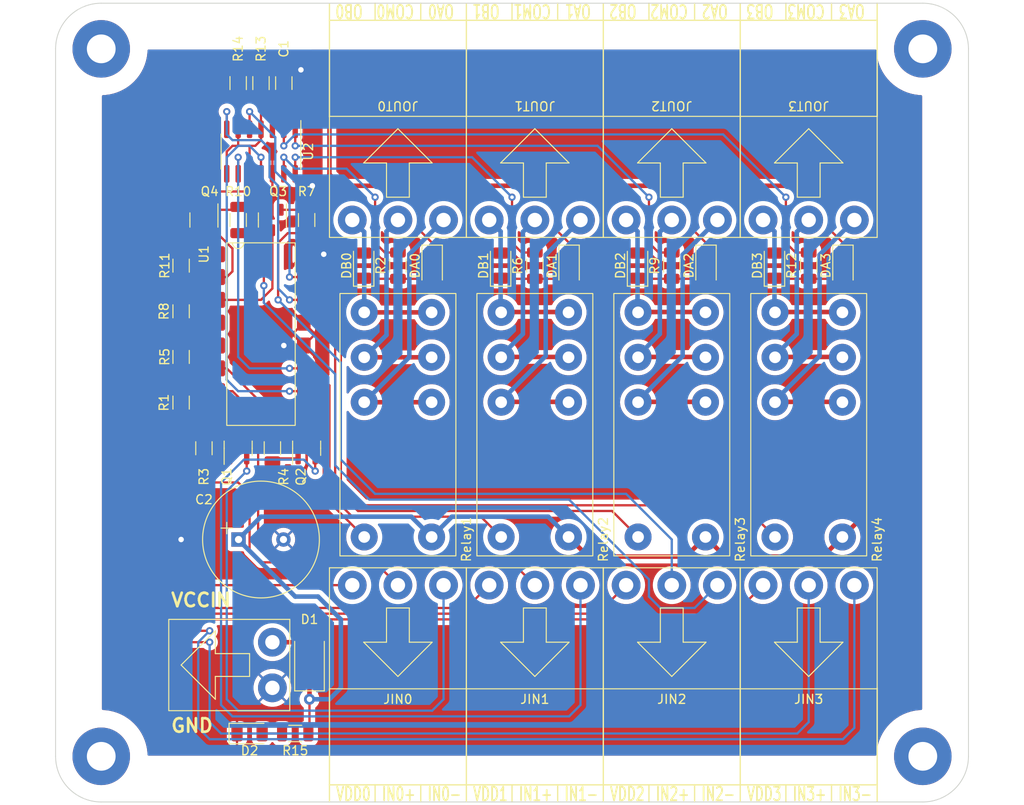
<source format=kicad_pcb>
(kicad_pcb (version 20221018) (generator pcbnew)
  (layers (0 "F.Cu" signal) (31 "B.Cu" signal) (34 "B.Paste" user) (35 "F.Paste" user) (36 "B.SilkS" user "B.Silkscreen") (37 "F.SilkS" user "F.Silkscreen") (38 "B.Mask" user) (39 "F.Mask" user) (44 "Edge.Cuts" user))
  (net 0 "")
  (net 1 "VCC_PWR")
  (net 2 "GNDPWR")
  (net 3 "Net-(DA0-A)")
  (net 4 "Net-(DA1-A)")
  (net 5 "Net-(DA2-A)")
  (net 6 "Net-(DA3-A)")
  (net 7 "VDD0")
  (net 8 "IN0+")
  (net 9 "IN0-")
  (net 10 "VDD1")
  (net 11 "IN1+")
  (net 12 "IN1-")
  (net 13 "VDD2")
  (net 14 "IN2+")
  (net 15 "IN2-")
  (net 16 "VDD3")
  (net 17 "IN3+")
  (net 18 "IN3-")
  (net 19 "OUT_A0")
  (net 20 "OUT_COM0")
  (net 21 "OUT_B0")
  (net 22 "OUT_A1")
  (net 23 "OUT_COM1")
  (net 24 "OUT_B1")
  (net 25 "OUT_A2")
  (net 26 "OUT_COM2")
  (net 27 "OUT_B2")
  (net 28 "OUT_A3")
  (net 29 "OUT_COM3")
  (net 30 "OUT_B3")
  (net 31 "Net-(Q1-B)")
  (net 32 "Net-(Q1-C)")
  (net 33 "Net-(Q2-B)")
  (net 34 "Net-(Q2-C)")
  (net 35 "Net-(Q3-B)")
  (net 36 "Net-(Q3-C)")
  (net 37 "Net-(Q4-B)")
  (net 38 "Net-(Q4-C)")
  (net 39 "Net-(R1-Pad2)")
  (net 40 "Net-(R2-Pad1)")
  (net 41 "Net-(R5-Pad2)")
  (net 42 "Net-(R6-Pad1)")
  (net 43 "Net-(R8-Pad2)")
  (net 44 "Net-(R9-Pad1)")
  (net 45 "Net-(R11-Pad2)")
  (net 46 "Net-(R12-Pad1)")
  (net 47 "Vref")
  (net 48 "Net-(U2A-+)")
  (net 49 "Net-(U2B-+)")
  (net 50 "Net-(U2C-+)")
  (net 51 "Net-(U2D-+)")
  (net 52 "Net-(D1-A)")
  (net 53 "Net-(D2-A)")
  (footprint "LED_SMD:LED_1206_3216Metric" (layer "F.Cu") (at 250.19 60.96 -90)
    (fp_text reference "DA2")
    (fp_text value "LED 1206")
  )
  (footprint "Customer_Connector:2EDG-5.08mm_3P_Horizontal" (layer "F.Cu") (at 231.14 96.52)
    (fp_text reference "JIN1")
    (fp_text value "2EDG-5.08mm_3P")
  )
  (footprint "LED_SMD:LED_1206_3216Metric" (layer "F.Cu") (at 257.81 60.96 90)
    (fp_text reference "DB3")
    (fp_text value "LED 1206")
  )
  (footprint "Package_TO_SOT_SMD:SOT-23-3" (layer "F.Cu") (at 198.12 81.28 90)
    (fp_text reference "Q1")
    (fp_text value "S9014 SOT23-3")
  )
  (footprint "Resistor_SMD:R_1206_3216Metric" (layer "F.Cu") (at 194.31 81.28 -90)
    (fp_text reference "R3")
    (fp_text value "4.7k 1206")
  )
  (footprint "Resistor_SMD:R_1206_3216Metric" (layer "F.Cu") (at 201.93 81.28 -90)
    (fp_text reference "R4")
    (fp_text value "4.7k 1206")
  )
  (footprint "LED_SMD:LED_1206_3216Metric" (layer "F.Cu") (at 234.95 60.96 -90)
    (fp_text reference "DA1")
    (fp_text value "LED 1206")
  )
  (footprint "Resistor_SMD:R_1206_3216Metric" (layer "F.Cu") (at 261.62 60.96 -90)
    (fp_text reference "R12")
    (fp_text value "1k 1206")
  )
  (footprint "Customer_Relay:OMRON_G2R-1-E(Z)" (layer "F.Cu") (at 215.9 91.16 90)
    (fp_text reference "Relay1")
    (fp_text value "G2R-1-E-12VDC")
  )
  (footprint "Resistor_SMD:R_1206_3216Metric" (layer "F.Cu") (at 198.12 40.64 -90)
    (fp_text reference "R13")
    (fp_text value "4.7k 1206")
  )
  (footprint "Resistor_SMD:R_1206_3216Metric" (layer "F.Cu") (at 191.77 71.12 90)
    (fp_text reference "R5")
    (fp_text value "100R 1206")
  )
  (footprint "Resistor_SMD:R_1206_3216Metric" (layer "F.Cu") (at 191.77 60.96 90)
    (fp_text reference "R11")
    (fp_text value "100R 1206")
  )
  (footprint "Resistor_SMD:R_1206_3216Metric" (layer "F.Cu") (at 191.77 76.2 -90)
    (fp_text reference "R1")
    (fp_text value "100R 1206")
  )
  (footprint "LED_SMD:LED_1206_3216Metric" (layer "F.Cu") (at 265.43 60.96 -90)
    (fp_text reference "DA3")
    (fp_text value "LED 1206")
  )
  (footprint "Capacitor_SMD:C_1206_3216Metric" (layer "F.Cu") (at 203.2 40.64 90)
    (fp_text reference "C1")
    (fp_text value "100nF 50V COG 1206")
  )
  (footprint "MountingHole:MountingHole_3.2mm_M3_Pad" (layer "F.Cu") (at 182.88 115.57)
    (fp_text reference "REF**" hide)
    (fp_text value "MountingHole_3.2mm_M3_Pad")
  )
  (footprint "Customer_Relay:OMRON_G2R-1-E(Z)" (layer "F.Cu") (at 261.62 91.16 90)
    (fp_text reference "Relay4")
    (fp_text value "G2R-1-E-12VDC")
  )
  (footprint "Package_TO_SOT_SMD:SOT-23-3" (layer "F.Cu") (at 194.31 55.88 -90)
    (fp_text reference "Q4")
    (fp_text value "S9014 SOT23-3")
  )
  (footprint "Resistor_SMD:R_1206_3216Metric" (layer "F.Cu") (at 191.77 66.04 -90)
    (fp_text reference "R8")
    (fp_text value "100R 1206")
  )
  (footprint "Customer_Connector:2EDG-5.08mm_3P_Horizontal" (layer "F.Cu") (at 246.38 55.88 180)
    (fp_text reference "JOUT2")
    (fp_text value "2EDG-5.08mm_3P")
  )
  (footprint "Customer_Connector:2EDG-5.08mm_3P_Horizontal" (layer "F.Cu") (at 215.9 55.88 180)
    (fp_text reference "JOUT0")
    (fp_text value "2EDG-5.08mm_3P")
  )
  (footprint "Package_TO_SOT_SMD:SOT-23-3" (layer "F.Cu") (at 205.74 81.28 90)
    (fp_text reference "Q2")
    (fp_text value "S9014 SOT23-3")
  )
  (footprint "MountingHole:MountingHole_3.2mm_M3_Pad" (layer "F.Cu") (at 182.88 36.83)
    (fp_text reference "REF**" hide)
    (fp_text value "MountingHole_3.2mm_M3_Pad")
  )
  (footprint "Package_TO_SOT_SMD:SOT-23-3" (layer "F.Cu") (at 201.93 55.88 -90)
    (fp_text reference "Q3")
    (fp_text value "S9014 SOT23-3")
  )
  (footprint "Resistor_SMD:R_1206_3216Metric" (layer "F.Cu") (at 205.74 55.88 90)
    (fp_text reference "R7")
    (fp_text value "4.7k 1206")
  )
  (footprint "LED_SMD:LED_1206_3216Metric" (layer "F.Cu") (at 242.57 60.96 90)
    (fp_text reference "DB2")
    (fp_text value "LED 1206")
  )
  (footprint "Customer_Connector:2EDG-5.08mm_3P_Horizontal" (layer "F.Cu") (at 261.62 55.88 180)
    (fp_text reference "JOUT3")
    (fp_text value "2EDG-5.08mm_3P")
  )
  (footprint "Customer_Connector:2EDG-5.08mm_2P_Horizontal" (layer "F.Cu") (at 201.93 105.41 -90)
    (fp_text reference "J1" hide)
    (fp_text value "2EDG-5.08mm_2P")
  )
  (footprint "Customer_Relay:OMRON_G2R-1-E(Z)" (layer "F.Cu") (at 246.38 91.16 90)
    (fp_text reference "Relay3")
    (fp_text value "G2R-1-E-12VDC")
  )
  (footprint "Resistor_SMD:R_1206_3216Metric" (layer "F.Cu") (at 200.66 40.64 90)
    (fp_text reference "R14")
    (fp_text value "4.7k 1206")
  )
  (footprint "Customer_Relay:OMRON_G2R-1-E(Z)" (layer "F.Cu") (at 231.14 91.16 90)
    (fp_text reference "Relay2")
    (fp_text value "G2R-1-E-12VDC")
  )
  (footprint "Customer_Connector:2EDG-5.08mm_3P_Horizontal" (layer "F.Cu") (at 231.14 55.88 180)
    (fp_text reference "JOUT1")
    (fp_text value "2EDG-5.08mm_3P")
  )
  (footprint "Resistor_SMD:R_1206_3216Metric" (layer "F.Cu") (at 204.47 113.03)
    (fp_text reference "R15")
    (fp_text value "1k 1206")
  )
  (footprint "LED_SMD:LED_1206_3216Metric" (layer "F.Cu") (at 212.09 60.96 90)
    (fp_text reference "DB0")
    (fp_text value "LED 1206")
  )
  (footprint "Customer_Capacitor_Aluminium:D13_P5.0mm" (layer "F.Cu") (at 200.66 91.44)
    (fp_text reference "C2")
    (fp_text value "63V 470uF 13*21")
  )
  (footprint "LED_SMD:LED_1206_3216Metric" (layer "F.Cu") (at 227.33 60.96 90)
    (fp_text reference "DB1")
    (fp_text value "LED 1206")
  )
  (footprint "Customer_Connector:2EDG-5.08mm_3P_Horizontal" (layer "F.Cu") (at 261.62 96.52)
    (fp_text reference "JIN3")
    (fp_text value "2EDG-5.08mm_3P")
  )
  (footprint "Customer_Connector:2EDG-5.08mm_3P_Horizontal" (layer "F.Cu") (at 215.9 96.52)
    (fp_text reference "JIN0")
    (fp_text value "2EDG-5.08mm_3P")
  )
  (footprint "Customer_OptoCoupler:Vishay_SMD-16_P2.54mm" (layer "F.Cu") (at 200.66 68.58)
    (fp_text reference "U1")
    (fp_text value "ILQ32")
  )
  (footprint "Resistor_SMD:R_1206_3216Metric" (layer "F.Cu") (at 231.14 60.96 -90)
    (fp_text reference "R6")
    (fp_text value "1k 1206")
  )
  (footprint "LED_SMD:LED_1206_3216Metric" (layer "F.Cu") (at 199.39 113.03)
    (fp_text reference "D2")
    (fp_text value "LED 1206")
  )
  (footprint "Customer_Connector:2EDG-5.08mm_3P_Horizontal" (layer "F.Cu") (at 246.38 96.52)
    (fp_text reference "JIN2")
    (fp_text value "2EDG-5.08mm_3P")
  )
  (footprint "Resistor_SMD:R_1206_3216Metric" (layer "F.Cu") (at 215.9 60.96 -90)
    (fp_text reference "R2")
    (fp_text value "1k 1206")
  )
  (footprint "Resistor_SMD:R_1206_3216Metric" (layer "F.Cu") (at 246.38 60.96 -90)
    (fp_text reference "R9")
    (fp_text value "1k 1206")
  )
  (footprint "Package_SO:SOIC-14_3.9x8.7mm_P1.27mm" (layer "F.Cu") (at 200.66 48.26 -90)
    (fp_text reference "U2")
    (fp_text value "LM339")
  )
  (footprint "Diode_SMD:D_SMA" (layer "F.Cu") (at 206.0575 104.775 90)
    (fp_text reference "D1")
    (fp_text value "SK14 SMA")
  )
  (footprint "LED_SMD:LED_1206_3216Metric" (layer "F.Cu") (at 219.71 60.96 -90)
    (fp_text reference "DA0")
    (fp_text value "LED 1206")
  )
  (footprint "Resistor_SMD:R_1206_3216Metric" (layer "F.Cu") (at 198.12 55.88 90)
    (fp_text reference "R10")
    (fp_text value "4.7k 1206")
  )
  (footprint "MountingHole:MountingHole_3.2mm_M3_Pad" (layer "F.Cu") (at 274.32 36.83)
    (fp_text reference "REF**" hide)
    (fp_text value "MountingHole_3.2mm_M3_Pad")
  )
  (footprint "MountingHole:MountingHole_3.2mm_M3_Pad" (layer "F.Cu") (at 274.32 115.57)
    (fp_text reference "REF**" hide)
    (fp_text value "MountingHole_3.2mm_M3_Pad")
  )
  (gr_line (start 264.16 33.655) (end 264.16 31.75) (stroke (width 0.152)) (layer "F.SilkS"))
  (gr_line (start 223.52 118.745) (end 238.76 118.745) (stroke (width 0.152)) (layer "F.SilkS"))
  (gr_line (start 213.36 33.655) (end 213.36 31.75) (stroke (width 0.152)) (layer "F.SilkS"))
  (gr_line (start 269.24 33.655) (end 254 33.655) (stroke (width 0.152)) (layer "F.SilkS"))
  (gr_line (start 238.76 118.745) (end 254 118.745) (stroke (width 0.152)) (layer "F.SilkS"))
  (gr_line (start 228.6 118.745) (end 228.6 120.65) (stroke (width 0.152)) (layer "F.SilkS"))
  (gr_line (start 264.16 118.745) (end 264.16 120.65) (stroke (width 0.152)) (layer "F.SilkS"))
  (gr_line (start 213.36 118.745) (end 213.36 120.65) (stroke (width 0.152)) (layer "F.SilkS"))
  (gr_line (start 254 118.745) (end 269.24 118.745) (stroke (width 0.152)) (layer "F.SilkS"))
  (gr_line (start 238.76 120.5975) (end 238.76 108.0025) (stroke (width 0.152)) (layer "F.SilkS"))
  (gr_line (start 243.84 118.745) (end 243.84 120.65) (stroke (width 0.152)) (layer "F.SilkS"))
  (gr_line (start 269.24 120.5975) (end 269.24 108.0025) (stroke (width 0.152)) (layer "F.SilkS"))
  (gr_line (start 238.76 31.8025) (end 238.76 44.3975) (stroke (width 0.152)) (layer "F.SilkS"))
  (gr_line (start 259.08 33.655) (end 259.08 31.75) (stroke (width 0.152)) (layer "F.SilkS"))
  (gr_line (start 233.68 33.655) (end 233.68 31.75) (stroke (width 0.152)) (layer "F.SilkS"))
  (gr_line (start 254 120.5975) (end 254 108.0025) (stroke (width 0.152)) (layer "F.SilkS"))
  (gr_line (start 254 33.655) (end 238.76 33.655) (stroke (width 0.152)) (layer "F.SilkS"))
  (gr_line (start 238.76 33.655) (end 223.52 33.655) (stroke (width 0.152)) (layer "F.SilkS"))
  (gr_line (start 233.68 118.745) (end 233.68 120.65) (stroke (width 0.152)) (layer "F.SilkS"))
  (gr_line (start 248.92 33.655) (end 248.92 31.75) (stroke (width 0.152)) (layer "F.SilkS"))
  (gr_line (start 269.24 31.75) (end 269.24 44.345) (stroke (width 0.152)) (layer "F.SilkS"))
  (gr_line (start 208.28 120.65) (end 208.28 108.055) (stroke (width 0.152)) (layer "F.SilkS"))
  (gr_line (start 223.52 33.655) (end 208.28 33.655) (stroke (width 0.152)) (layer "F.SilkS"))
  (gr_line (start 248.92 118.745) (end 248.92 120.65) (stroke (width 0.152)) (layer "F.SilkS"))
  (gr_line (start 254 31.8025) (end 254 44.3975) (stroke (width 0.152)) (layer "F.SilkS"))
  (gr_line (start 223.52 31.8025) (end 223.52 44.3975) (stroke (width 0.152)) (layer "F.SilkS"))
  (gr_line (start 223.52 120.5975) (end 223.52 108.0025) (stroke (width 0.152)) (layer "F.SilkS"))
  (gr_line (start 208.28 118.745) (end 223.52 118.745) (stroke (width 0.152)) (layer "F.SilkS"))
  (gr_line (start 259.08 118.745) (end 259.08 120.65) (stroke (width 0.152)) (layer "F.SilkS"))
  (gr_line (start 228.6 33.655) (end 228.6 31.75) (stroke (width 0.152)) (layer "F.SilkS"))
  (gr_line (start 218.44 33.655) (end 218.44 31.75) (stroke (width 0.152)) (layer "F.SilkS"))
  (gr_line (start 218.44 118.745) (end 218.44 120.65) (stroke (width 0.152)) (layer "F.SilkS"))
  (gr_line (start 243.84 33.655) (end 243.84 31.75) (stroke (width 0.152)) (layer "F.SilkS"))
  (gr_line (start 208.28 31.8025) (end 208.28 44.3975) (stroke (width 0.152)) (layer "F.SilkS"))
  (gr_line (start 182.88 31.75) (end 274.32 31.75) (stroke (width 0.1)) (layer "Edge.Cuts"))
  (gr_line (start 177.8 115.57) (end 177.8 36.83) (stroke (width 0.1)) (layer "Edge.Cuts"))
  (gr_arc (start 274.32 31.75) (mid 277.912102 33.237898) (end 279.4 36.83) (stroke (width 0.1)) (layer "Edge.Cuts"))
  (gr_arc (start 182.88 120.65) (mid 179.287898 119.162102) (end 177.8 115.57) (stroke (width 0.1)) (layer "Edge.Cuts"))
  (gr_line (start 279.4 36.83) (end 279.4 115.57) (stroke (width 0.1)) (layer "Edge.Cuts"))
  (gr_arc (start 279.4 115.57) (mid 277.912102 119.162102) (end 274.32 120.65) (stroke (width 0.1)) (layer "Edge.Cuts"))
  (gr_arc (start 177.8 36.83) (mid 179.287898 33.237898) (end 182.88 31.75) (stroke (width 0.1)) (layer "Edge.Cuts"))
  (gr_line (start 274.32 120.65) (end 182.88 120.65) (stroke (width 0.1)) (layer "Edge.Cuts"))
  (gr_text "COM2" (at 248.285 31.75 180) (layer "F.SilkS") (effects (font (size 1.5 1) (thickness 0.2)) (justify left bottom)))
  (gr_text "IN3+" (at 259.715 120.65) (layer "F.SilkS") (effects (font (size 1.5 1) (thickness 0.2)) (justify left bottom)))
  (gr_text "OB2" (at 242.57 31.75 180) (layer "F.SilkS") (effects (font (size 1.5 1) (thickness 0.2)) (justify left bottom)))
  (gr_text "VDD1" (at 224.155 120.65) (layer "F.SilkS") (effects (font (size 1.5 1) (thickness 0.2)) (justify left bottom)))
  (gr_text "VDD2" (at 239.395 120.65) (layer "F.SilkS") (effects (font (size 1.5 1) (thickness 0.2)) (justify left bottom)))
  (gr_text "OB3" (at 257.81 31.75 180) (layer "F.SilkS") (effects (font (size 1.5 1) (thickness 0.2)) (justify left bottom)))
  (gr_text "VDD0" (at 208.915 120.65) (layer "F.SilkS") (effects (font (size 1.5 1) (thickness 0.2)) (justify left bottom)))
  (gr_text "IN0-" (at 219.075 120.65) (layer "F.SilkS") (effects (font (size 1.5 1) (thickness 0.2)) (justify left bottom)))
  (gr_text "IN2+" (at 244.475 120.65) (layer "F.SilkS") (effects (font (size 1.5 1) (thickness 0.2)) (justify left bottom)))
  (gr_text "IN2-" (at 249.555 120.65) (layer "F.SilkS") (effects (font (size 1.5 1) (thickness 0.2)) (justify left bottom)))
  (gr_text "IN1-" (at 234.315 120.65) (layer "F.SilkS") (effects (font (size 1.5 1) (thickness 0.2)) (justify left bottom)))
  (gr_text "OB1" (at 227.33 31.75 180) (layer "F.SilkS") (effects (font (size 1.5 1) (thickness 0.2)) (justify left bottom)))
  (gr_text "OA0" (at 222.25 31.75 180) (layer "F.SilkS") (effects (font (size 1.5 1) (thickness 0.2)) (justify left bottom)))
  (gr_text "COM0" (at 217.805 31.75 180) (layer "F.SilkS") (effects (font (size 1.5 1) (thickness 0.2)) (justify left bottom)))
  (gr_text "OA3" (at 267.97 31.75 180) (layer "F.SilkS") (effects (font (size 1.5 1) (thickness 0.2)) (justify left bottom)))
  (gr_text "OA1" (at 237.49 31.75 180) (layer "F.SilkS") (effects (font (size 1.5 1) (thickness 0.2)) (justify left bottom)))
  (gr_text "OB0" (at 212.09 31.75 180) (layer "F.SilkS") (effects (font (size 1.5 1) (thickness 0.2)) (justify left bottom)))
  (gr_text "GND" (at 190.5 113.03) (layer "F.SilkS") (effects (font (size 1.5 1.5) (thickness 0.3) bold) (justify left bottom)))
  (gr_text "IN0+" (at 213.995 120.65) (layer "F.SilkS") (effects (font (size 1.5 1) (thickness 0.2)) (justify left bottom)))
  (gr_text "COM3" (at 263.525 31.75 180) (layer "F.SilkS") (effects (font (size 1.5 1) (thickness 0.2)) (justify left bottom)))
  (gr_text "IN3-" (at 264.795 120.65) (layer "F.SilkS") (effects (font (size 1.5 1) (thickness 0.2)) (justify left bottom)))
  (gr_text "OA2" (at 252.73 31.75 180) (layer "F.SilkS") (effects (font (size 1.5 1) (thickness 0.2)) (justify left bottom)))
  (gr_text "VDD3" (at 254.635 120.65) (layer "F.SilkS") (effects (font (size 1.5 1) (thickness 0.2)) (justify left bottom)))
  (gr_text "COM1" (at 233.045 31.75 180) (layer "F.SilkS") (effects (font (size 1.5 1) (thickness 0.2)) (justify left bottom)))
  (gr_text "VCCIN" (at 190.5 99.06) (layer "F.SilkS") (effects (font (size 1.5 1.5) (thickness 0.3) bold) (justify left bottom)))
  (gr_text "IN1+" (at 229.235 120.65) (layer "F.SilkS") (effects (font (size 1.5 1) (thickness 0.2)) (justify left bottom)))
  (segment (start 198.755 37.465) (end 205.74 37.465) (width 0.254) (layer "F.Cu") (net 1))
  (segment (start 206.0575 109.22) (end 206.0575 112.905) (width 0.254) (layer "F.Cu") (net 1))
  (segment (start 264.16 52.07) (end 267.97 52.07) (width 0.508) (layer "F.Cu") (net 1))
  (segment (start 269.24 87.29) (end 265.37 91.16) (width 0.508) (layer "F.Cu") (net 1))
  (segment (start 247.945 93.345) (end 250.13 91.16) (width 0.508) (layer "F.Cu") (net 1))
  (segment (start 234.89 91.16) (end 237.075 93.345) (width 0.508) (layer "F.Cu") (net 1))
  (segment (start 234.95 59.56) (end 234.95 58.42) (width 0.254) (layer "F.Cu") (net 1))
  (segment (start 206.0575 112.905) (end 205.9325 113.03) (width 0.254) (layer "F.Cu") (net 1))
  (segment (start 205.74 37.465) (end 206.58 38.305) (width 0.254) (layer "F.Cu") (net 1))
  (segment (start 201.93 43.18) (end 201.93 45.785) (width 0.254) (layer "F.Cu") (net 1))
  (segment (start 267.97 52.07) (end 269.24 53.34) (width 0.508) (layer "F.Cu") (net 1))
  (segment (start 209.55 52.07) (end 208.28 50.8) (width 0.508) (layer "F.Cu") (net 1))
  (segment (start 242.57 59.56) (end 239.9 59.56) (width 0.254) (layer "F.Cu") (net 1))
  (segment (start 234.95 58.42) (end 233.68 57.15) (width 0.254) (layer "F.Cu") (net 1))
  (segment (start 208.28 50.8) (end 208.28 43.815) (width 0.508) (layer "F.Cu") (net 1))
  (segment (start 250.13 91.16) (end 252.315 93.345) (width 0.508) (layer "F.Cu") (net 1))
  (segment (start 255.14 59.56) (end 254 58.42) (width 0.254) (layer "F.Cu") (net 1))
  (segment (start 206.58 38.305) (end 206.58 42.115) (width 0.254) (layer "F.Cu") (net 1))
  (segment (start 219.71 59.56) (end 219.71 58.42) (width 0.254) (layer "F.Cu") (net 1))
  (segment (start 208.28 58.42) (end 209.42 59.56) (width 0.254) (layer "F.Cu") (net 1))
  (segment (start 203.2 42.115) (end 205.105 42.115) (width 0.508) (layer "F.Cu") (net 1))
  (segment (start 218.44 57.15) (end 218.44 52.07) (width 0.254) (layer "F.Cu") (net 1))
  (segment (start 264.16 57.15) (end 265.43 58.42) (width 0.254) (layer "F.Cu") (net 1))
  (segment (start 265.43 58.42) (end 265.43 59.56) (width 0.254) (layer "F.Cu") (net 1))
  (segment (start 208.28 53.34) (end 208.28 58.42) (width 0.254) (layer "F.Cu") (net 1))
  (segment (start 198.12 39.1775) (end 198.12 38.1) (width 0.254) (layer "F.Cu") (net 1))
  (segment (start 269.24 53.34) (end 269.24 87.29) (width 0.508) (layer "F.Cu") (net 1))
  (segment (start 209.55 52.07) (end 264.16 52.07) (width 0.508) (layer "F.Cu") (net 1))
  (segment (start 233.68 57.15) (end 233.68 52.07) (width 0.254) (layer "F.Cu") (net 1))
  (segment (start 238.76 58.42) (end 238.76 52.07) (width 0.254) (layer "F.Cu") (net 1))
  (segment (start 239.9 59.56) (end 238.76 58.42) (width 0.254) (layer "F.Cu") (net 1))
  (segment (start 209.55 52.07) (end 208.28 53.34) (width 0.254) (layer "F.Cu") (net 1))
  (segment (start 219.71 58.42) (end 218.44 57.15) (width 0.254) (layer "F.Cu") (net 1))
  (segment (start 257.81 59.56) (end 255.14 59.56) (width 0.254) (layer "F.Cu") (net 1))
  (segment (start 208.28 43.815) (end 206.58 42.115) (width 0.508) (layer "F.Cu") (net 1))
  (segment (start 198.12 38.1) (end 198.755 37.465) (width 0.254) (layer "F.Cu") (net 1))
  (segment (start 203.2 41.91) (end 201.93 43.18) (width 0.254) (layer "F.Cu") (net 1))
  (segment (start 254 58.42) (end 254 52.07) (width 0.254) (layer "F.Cu") (net 1))
  (segment (start 248.92 57.15) (end 248.92 52.07) (width 0.254) (layer "F.Cu") (net 1))
  (segment (start 237.075 93.345) (end 247.945 93.345) (width 0.508) (layer "F.Cu") (net 1))
  (segment (start 205.105 42.115) (end 206.58 42.115) (width 0.508) (layer "F.Cu") (net 1))
  (segment (start 227.33 59.56) (end 224.66 59.56) (width 0.254) (layer "F.Cu") (net 1))
  (segment (start 209.42 59.56) (end 212.09 59.56) (width 0.254) (layer "F.Cu") (net 1))
  (segment (start 224.66 59.56) (end 223.52 58.42) (width 0.254) (layer "F.Cu") (net 1))
  (segment (start 223.52 58.42) (end 223.52 52.07) (width 0.254) (layer "F.Cu") (net 1))
  (segment (start 252.315 93.345) (end 263.185 93.345) (width 0.508) (layer "F.Cu") (net 1))
  (segment (start 263.185 93.345) (end 265.37 91.16) (width 0.508) (layer "F.Cu") (net 1))
  (segment (start 206.0575 106.775) (end 206.0575 109.22) (width 0.508) (layer "F.Cu") (net 1))
  (segment (start 250.19 59.56) (end 250.19 58.42) (width 0.254) (layer "F.Cu") (net 1))
  (segment (start 250.19 58.42) (end 248.92 57.15) (width 0.254) (layer "F.Cu") (net 1))
  (segment (start 264.16 52.07) (end 264.16 57.15) (width 0.254) (layer "F.Cu") (net 1))
  (via (at 206.0575 109.22) (size 1.2192) (drill 0.6096) (layers "F.Cu" "B.Cu") (net 1))
  (segment (start 221.91 88.9) (end 219.65 91.16) (width 0.508) (layer "B.Cu") (net 1))
  (segment (start 234.89 91.16) (end 232.63 88.9) (width 0.508) (layer "B.Cu") (net 1))
  (segment (start 217.39 88.9) (end 219.65 91.16) (width 0.508) (layer "B.Cu") (net 1))
  (segment (start 200.66 88.9) (end 217.39 88.9) (width 0.508) (layer "B.Cu") (net 1))
  (segment (start 209.55 100.33) (end 207.01 97.79) (width 0.508) (layer "B.Cu") (net 1))
  (segment (start 204.47 97.79) (end 198.12 91.44) (width 0.508) (layer "B.Cu") (net 1))
  (segment (start 209.55 107.95) (end 209.55 100.33) (width 0.508) (layer "B.Cu") (net 1))
  (segment (start 232.63 88.9) (end 221.91 88.9) (width 0.508) (layer "B.Cu") (net 1))
  (segment (start 198.16 91.44) (end 198.16 91.4) (width 0.508) (layer "B.Cu") (net 1))
  (segment (start 206.0575 109.22) (end 208.28 109.22) (width 0.508) (layer "B.Cu") (net 1))
  (segment (start 208.28 109.22) (end 209.55 107.95) (width 0.508) (layer "B.Cu") (net 1))
  (segment (start 207.01 97.79) (end 204.47 97.79) (width 0.508) (layer "B.Cu") (net 1))
  (segment (start 198.16 91.4) (end 200.66 88.9) (width 0.508) (layer "B.Cu") (net 1))
  (segment (start 203.2 39.165) (end 200.6725 39.165) (width 0.254) (layer "F.Cu") (net 2))
  (segment (start 200.6725 39.165) (end 200.66 39.1775) (width 0.254) (layer "F.Cu") (net 2))
  (segment (start 203.2 39.165) (end 205.105 39.165) (width 0.254) (layer "F.Cu") (net 2))
  (via (at 207.645 59.69) (size 1.2192) (drill 0.6096) (layers "F.Cu" "B.Cu") (net 2))
  (via (at 206.375 52.07) (size 1.2192) (drill 0.6096) (layers "F.Cu" "B.Cu") (net 2))
  (via (at 205.105 39.165) (size 1.2192) (drill 0.6096) (layers "F.Cu" "B.Cu") (net 2))
  (via (at 203.2 69.85) (size 1.2192) (drill 0.6096) (layers "F.Cu" "B.Cu") (net 2))
  (via (at 191.77 91.44) (size 1.2192) (drill 0.6096) (layers "F.Cu" "B.Cu") (net 2))
  (segment (start 212.1525 62.4225) (end 212.09 62.36) (width 0.25) (layer "F.Cu") (net 3))
  (segment (start 219.6475 62.4225) (end 219.71 62.36) (width 0.25) (layer "F.Cu") (net 3))
  (segment (start 215.9 62.4225) (end 212.1525 62.4225) (width 0.25) (layer "F.Cu") (net 3))
  (segment (start 215.9 62.4225) (end 219.6475 62.4225) (width 0.25) (layer "F.Cu") (net 3))
  (segment (start 231.14 62.4225) (end 234.8875 62.4225) (width 0.25) (layer "F.Cu") (net 4))
  (segment (start 234.8875 62.4225) (end 234.95 62.36) (width 0.25) (layer "F.Cu") (net 4))
  (segment (start 227.3925 62.4225) (end 227.33 62.36) (width 0.25) (layer "F.Cu") (net 4))
  (segment (start 231.14 62.4225) (end 227.3925 62.4225) (width 0.25) (layer "F.Cu") (net 4))
  (segment (start 242.6325 62.4225) (end 242.57 62.36) (width 0.25) (layer "F.Cu") (net 5))
  (segment (start 250.1275 62.4225) (end 250.19 62.36) (width 0.25) (layer "F.Cu") (net 5))
  (segment (start 246.38 62.4225) (end 250.1275 62.4225) (width 0.25) (layer "F.Cu") (net 5))
  (segment (start 246.38 62.4225) (end 242.6325 62.4225) (width 0.25) (layer "F.Cu") (net 5))
  (segment (start 257.8725 62.4225) (end 257.81 62.36) (width 0.25) (layer "F.Cu") (net 6))
  (segment (start 261.62 62.4225) (end 265.3675 62.4225) (width 0.25) (layer "F.Cu") (net 6))
  (segment (start 265.3675 62.4225) (end 265.43 62.36) (width 0.25) (layer "F.Cu") (net 6))
  (segment (start 261.62 62.4225) (end 257.8725 62.4225) (width 0.25) (layer "F.Cu") (net 6))
  (segment (start 190.5 96.52) (end 210.82 96.52) (width 0.254) (layer "F.Cu") (net 7))
  (segment (start 189.865 95.885) (end 190.5 96.52) (width 0.254) (layer "F.Cu") (net 7))
  (segment (start 191.77 74.7375) (end 190.6925 74.7375) (width 0.254) (layer "F.Cu") (net 7))
  (segment (start 190.6925 74.7375) (end 189.865 75.565) (width 0.254) (layer "F.Cu") (net 7))
  (segment (start 189.865 75.565) (end 189.865 95.885) (width 0.254) (layer "F.Cu") (net 7))
  (segment (start 199.39 86.36) (end 199.39 92.71) (width 0.254) (layer "F.Cu") (net 8))
  (segment (start 192.7225 80.3275) (end 192.7225 84.1375) (width 0.254) (layer "F.Cu") (net 8))
  (segment (start 193.675 85.09) (end 198.12 85.09) (width 0.254) (layer "F.Cu") (net 8))
  (segment (start 192.7225 84.1375) (end 193.675 85.09) (width 0.254) (layer "F.Cu") (net 8))
  (segment (start 193.2325 79.8175) (end 192.7225 80.3275) (width 0.254) (layer "F.Cu") (net 8))
  (segment (start 198.12 85.09) (end 199.39 86.36) (width 0.254) (layer "F.Cu") (net 8))
  (segment (start 213.36 93.98) (end 215.9 96.52) (width 0.254) (layer "F.Cu") (net 8))
  (segment (start 199.39 92.71) (end 200.66 93.98) (width 0.254) (layer "F.Cu") (net 8))
  (segment (start 200.66 93.98) (end 213.36 93.98) (width 0.254) (layer "F.Cu") (net 8))
  (segment (start 194.31 79.8175) (end 193.2325 79.8175) (width 0.254) (layer "F.Cu") (net 8))
  (segment (start 199.07 82.4175) (end 199.07 83.8175) (width 0.254) (layer "F.Cu") (net 9))
  (segment (start 199.07 83.8175) (end 199.0725 83.82) (width 0.254) (layer "F.Cu") (net 9))
  (via (at 199.0725 83.82) (size 0.8128) (drill 0.4064) (layers "F.Cu" "B.Cu") (net 9))
  (segment (start 196.85 109.22) (end 198.12 110.49) (width 0.254) (layer "B.Cu") (net 9))
  (segment (start 220.98 109.22) (end 220.98 96.52) (width 0.254) (layer "B.Cu") (net 9))
  (segment (start 219.71 110.49) (end 220.98 109.22) (width 0.254) (layer "B.Cu") (net 9))
  (segment (start 196.85 86.0425) (end 196.85 109.22) (width 0.254) (layer "B.Cu") (net 9))
  (segment (start 198.12 110.49) (end 219.71 110.49) (width 0.254) (layer "B.Cu") (net 9))
  (segment (start 199.0725 83.82) (end 196.85 86.0425) (width 0.254) (layer "B.Cu") (net 9))
  (segment (start 189.23 73.66) (end 189.23 98.425) (width 0.254) (layer "F.Cu") (net 10))
  (segment (start 223.52 99.06) (end 226.06 96.52) (width 0.254) (layer "F.Cu") (net 10))
  (segment (start 189.865 99.06) (end 223.52 99.06) (width 0.254) (layer "F.Cu") (net 10))
  (segment (start 190.3075 72.5825) (end 189.23 73.66) (width 0.254) (layer "F.Cu") (net 10))
  (segment (start 189.23 98.425) (end 189.865 99.06) (width 0.254) (layer "F.Cu") (net 10))
  (segment (start 191.77 72.5825) (end 190.3075 72.5825) (width 0.254) (layer "F.Cu") (net 10))
  (segment (start 200.8525 79.8175) (end 200.3425 80.3275) (width 0.254) (layer "F.Cu") (net 11))
  (segment (start 200.3425 92.3925) (end 201.295 93.345) (width 0.254) (layer "F.Cu") (net 11))
  (segment (start 201.295 93.345) (end 227.965 93.345) (width 0.254) (layer "F.Cu") (net 11))
  (segment (start 227.965 93.345) (end 231.14 96.52) (width 0.254) (layer "F.Cu") (net 11))
  (segment (start 201.93 79.8175) (end 200.8525 79.8175) (width 0.254) (layer "F.Cu") (net 11))
  (segment (start 200.3425 80.3275) (end 200.3425 92.3925) (width 0.254) (layer "F.Cu") (net 11))
  (segment (start 206.69 82.4175) (end 206.69 83.8175) (width 0.254) (layer "F.Cu") (net 12))
  (segment (start 206.69 83.8175) (end 206.6925 83.82) (width 0.254) (layer "F.Cu") (net 12))
  (via (at 206.6925 83.82) (size 0.8128) (drill 0.4064) (layers "F.Cu" "B.Cu") (net 12))
  (segment (start 198.755 82.55) (end 196.215 85.09) (width 0.254) (layer "B.Cu") (net 12))
  (segment (start 205.4225 82.55) (end 198.755 82.55) (width 0.254) (layer "B.Cu") (net 12))
  (segment (start 234.95 111.125) (end 236.22 109.855) (width 0.254) (layer "B.Cu") (net 12))
  (segment (start 206.6925 83.82) (end 205.4225 82.55) (width 0.254) (layer "B.Cu") (net 12))
  (segment (start 236.22 109.855) (end 236.22 96.52) (width 0.254) (layer "B.Cu") (net 12))
  (segment (start 197.485 111.125) (end 234.95 111.125) (width 0.254) (layer "B.Cu") (net 12))
  (segment (start 196.215 85.09) (end 196.215 109.855) (width 0.254) (layer "B.Cu") (net 12))
  (segment (start 196.215 109.855) (end 197.485 111.125) (width 0.254) (layer "B.Cu") (net 12))
  (segment (start 189.23 99.695) (end 238.125 99.695) (width 0.254) (layer "F.Cu") (net 13))
  (segment (start 188.595 65.405) (end 188.595 99.06) (width 0.254) (layer "F.Cu") (net 13))
  (segment (start 191.77 64.5775) (end 189.4225 64.5775) (width 0.254) (layer "F.Cu") (net 13))
  (segment (start 189.4225 64.5775) (end 188.595 65.405) (width 0.254) (layer "F.Cu") (net 13))
  (segment (start 238.125 99.695) (end 241.3 96.52) (width 0.254) (layer "F.Cu") (net 13))
  (segment (start 188.595 99.06) (end 189.23 99.695) (width 0.254) (layer "F.Cu") (net 13))
  (segment (start 203.6425 57.3425) (end 202.565 58.42) (width 0.254) (layer "F.Cu") (net 14))
  (segment (start 202.565 58.42) (end 202.565 64.77) (width 0.254) (layer "F.Cu") (net 14))
  (segment (start 205.74 57.3425) (end 203.6425 57.3425) (width 0.254) (layer "F.Cu") (net 14))
  (via (at 202.565 64.77) (size 0.8128) (drill 0.4064) (layers "F.Cu" "B.Cu") (net 14))
  (segment (start 246.38 91.44) (end 246.38 96.52) (width 0.254) (layer "B.Cu") (net 14))
  (segment (start 209.55 82.55) (end 213.36 86.36) (width 0.254) (layer "B.Cu") (net 14))
  (segment (start 241.3 86.36) (end 246.38 91.44) (width 0.254) (layer "B.Cu") (net 14))
  (segment (start 209.55 71.755) (end 209.55 82.55) (width 0.254) (layer "B.Cu") (net 14))
  (segment (start 213.36 86.36) (end 241.3 86.36) (width 0.254) (layer "B.Cu") (net 14))
  (segment (start 202.565 64.77) (end 209.55 71.755) (width 0.254) (layer "B.Cu") (net 14))
  (segment (start 200.98 54.7425) (end 200.9775 54.745) (width 0.254) (layer "F.Cu") (net 15))
  (segment (start 200.9775 54.745) (end 200.9775 63.1825) (width 0.254) (layer "F.Cu") (net 15))
  (via (at 200.9775 63.1825) (size 0.8128) (drill 0.4064) (layers "F.Cu" "B.Cu") (net 15))
  (segment (start 200.9775 65.0875) (end 208.915 73.025) (width 0.254) (layer "B.Cu") (net 15))
  (segment (start 245.11 99.06) (end 248.92 99.06) (width 0.254) (layer "B.Cu") (net 15))
  (segment (start 243.84 95.885) (end 243.84 97.79) (width 0.254) (layer "B.Cu") (net 15))
  (segment (start 200.9775 63.1825) (end 200.9775 65.0875) (width 0.254) (layer "B.Cu") (net 15))
  (segment (start 212.725 86.995) (end 234.95 86.995) (width 0.254) (layer "B.Cu") (net 15))
  (segment (start 208.915 83.185) (end 212.725 86.995) (width 0.254) (layer "B.Cu") (net 15))
  (segment (start 234.95 86.995) (end 243.84 95.885) (width 0.254) (layer "B.Cu") (net 15))
  (segment (start 208.915 73.025) (end 208.915 83.185) (width 0.254) (layer "B.Cu") (net 15))
  (segment (start 243.84 97.79) (end 245.11 99.06) (width 0.254) (layer "B.Cu") (net 15))
  (segment (start 248.92 99.06) (end 251.46 96.52) (width 0.254) (layer "B.Cu") (net 15))
  (segment (start 252.73 100.33) (end 256.54 96.52) (width 0.254) (layer "F.Cu") (net 16))
  (segment (start 187.96 99.695) (end 188.595 100.33) (width 0.254) (layer "F.Cu") (net 16))
  (segment (start 191.77 62.4225) (end 189.0375 62.4225) (width 0.254) (layer "F.Cu") (net 16))
  (segment (start 189.0375 62.4225) (end 187.96 63.5) (width 0.254) (layer "F.Cu") (net 16))
  (segment (start 188.595 100.33) (end 252.73 100.33) (width 0.254) (layer "F.Cu") (net 16))
  (segment (start 187.96 63.5) (end 187.96 99.695) (width 0.254) (layer "F.Cu") (net 16))
  (segment (start 198.12 57.3425) (end 199.1975 57.3425) (width 0.254) (layer "F.Cu") (net 17))
  (segment (start 199.1975 57.3425) (end 199.7075 56.8325) (width 0.254) (layer "F.Cu") (net 17))
  (segment (start 186.69 100.965) (end 188.595 102.87) (width 0.254) (layer "F.Cu") (net 17))
  (segment (start 199.7075 56.8325) (end 199.7075 53.636999) (width 0.254) (layer "F.Cu") (net 17))
  (segment (start 188.595 102.87) (end 194.945 102.87) (width 0.254) (layer "F.Cu") (net 17))
  (segment (start 193.04 52.705) (end 186.69 59.055) (width 0.254) (layer "F.Cu") (net 17))
  (segment (start 199.7075 53.636999) (end 198.775501 52.705) (width 0.254) (layer "F.Cu") (net 17))
  (segment (start 198.775501 52.705) (end 193.04 52.705) (width 0.254) (layer "F.Cu") (net 17))
  (segment (start 186.69 59.055) (end 186.69 100.965) (width 0.254) (layer "F.Cu") (net 17))
  (via (at 194.945 102.87) (size 0.8128) (drill 0.4064) (layers "F.Cu" "B.Cu") (net 17))
  (segment (start 260.35 113.03) (end 261.62 111.76) (width 0.254) (layer "B.Cu") (net 17))
  (segment (start 194.945 102.87) (end 194.945 111.76) (width 0.254) (layer "B.Cu") (net 17))
  (segment (start 196.215 113.03) (end 260.35 113.03) (width 0.254) (layer "B.Cu") (net 17))
  (segment (start 194.945 111.76) (end 196.215 113.03) (width 0.254) (layer "B.Cu") (net 17))
  (segment (start 261.62 111.76) (end 261.62 96.52) (width 0.254) (layer "B.Cu") (net 17))
  (segment (start 187.325 100.33) (end 187.325 59.69) (width 0.254) (layer "F.Cu") (net 18))
  (segment (start 188.595 101.6) (end 194.945 101.6) (width 0.254) (layer "F.Cu") (net 18))
  (segment (start 192.2725 54.7425) (end 193.36 54.7425) (width 0.254) (layer "F.Cu") (net 18))
  (segment (start 187.325 59.69) (end 192.2725 54.7425) (width 0.254) (layer "F.Cu") (net 18))
  (segment (start 188.595 101.6) (end 187.325 100.33) (width 0.254) (layer "F.Cu") (net 18))
  (via (at 194.945 101.6) (size 0.8128) (drill 0.4064) (layers "F.Cu" "B.Cu") (net 18))
  (segment (start 193.675 102.87) (end 193.675 112.395) (width 0.254) (layer "B.Cu") (net 18))
  (segment (start 193.675 112.395) (end 194.945 113.665) (width 0.254) (layer "B.Cu") (net 18))
  (segment (start 265.43 113.665) (end 266.7 112.395) (width 0.254) (layer "B.Cu") (net 18))
  (segment (start 266.7 112.395) (end 266.7 96.52) (width 0.254) (layer "B.Cu") (net 18))
  (segment (start 194.945 101.6) (end 193.675 102.87) (width 0.254) (layer "B.Cu") (net 18))
  (segment (start 194.945 113.665) (end 265.43 113.665) (width 0.254) (layer "B.Cu") (net 18))
  (segment (start 212.15 76.16) (end 219.65 76.16) (width 0.508) (layer "F.Cu") (net 19))
  (segment (start 217.17 59.69) (end 217.17 71.14) (width 0.508) (layer "B.Cu") (net 19))
  (segment (start 217.17 71.14) (end 212.15 76.16) (width 0.508) (layer "B.Cu") (net 19))
  (segment (start 220.98 55.88) (end 217.17 59.69) (width 0.508) (layer "B.Cu") (net 19))
  (segment (start 212.15 71.16) (end 219.65 71.16) (width 0.508) (layer "F.Cu") (net 20))
  (segment (start 214.63 68.68) (end 214.63 57.15) (width 0.508) (layer "B.Cu") (net 20))
  (segment (start 212.15 71.16) (end 214.63 68.68) (width 0.508) (layer "B.Cu") (net 20))
  (segment (start 214.63 57.15) (end 215.9 55.88) (width 0.508) (layer "B.Cu") (net 20))
  (segment (start 212.15 66.16) (end 219.65 66.16) (width 0.508) (layer "F.Cu") (net 21))
  (segment (start 212.15 57.21) (end 210.82 55.88) (width 0.508) (layer "B.Cu") (net 21))
  (segment (start 212.15 66.16) (end 212.15 57.21) (width 0.508) (layer "B.Cu") (net 21))
  (segment (start 227.45 76.12) (end 234.95 76.12) (width 0.508) (layer "F.Cu") (net 22))
  (segment (start 232.35 59.75) (end 232.35 71.02) (width 0.508) (layer "B.Cu") (net 22))
  (segment (start 232.35 71.02) (end 227.33 76.04) (width 0.508) (layer "B.Cu") (net 22))
  (segment (start 236.22 55.88) (end 232.35 59.75) (width 0.508) (layer "B.Cu") (net 22))
  (segment (start 227.45 71.12) (end 234.95 71.12) (width 0.508) (layer "F.Cu") (net 23))
  (segment (start 229.81 68.56) (end 229.81 57.21) (width 0.508) (layer "B.Cu") (net 23))
  (segment (start 229.81 57.21) (end 231.14 55.88) (width 0.508) (layer "B.Cu") (net 23))
  (segment (start 227.33 71.04) (end 229.81 68.56) (width 0.508) (layer "B.Cu") (net 23))
  (segment (start 227.45 66.12) (end 234.95 66.12) (width 0.508) (layer "F.Cu") (net 24))
  (segment (start 227.33 57.15) (end 226.06 55.88) (width 0.508) (layer "B.Cu") (net 24))
  (segment (start 227.33 66.04) (end 227.33 57.15) (width 0.508) (layer "B.Cu") (net 24))
  (segment (start 242.69 76.12) (end 250.19 76.12) (width 0.508) (layer "F.Cu") (net 25))
  (segment (start 247.59 71.02) (end 242.57 76.04) (width 0.508) (layer "B.Cu") (net 25))
  (segment (start 247.59 59.75) (end 247.59 71.02) (width 0.508) (layer "B.Cu") (net 25))
  (segment (start 251.46 55.88) (end 247.59 59.75) (width 0.508) (layer "B.Cu") (net 25))
  (segment (start 242.69 71.12) (end 250.19 71.12) (width 0.508) (layer "F.Cu") (net 26))
  (segment (start 245.05 57.21) (end 246.38 55.88) (width 0.508) (layer "B.Cu") (net 26))
  (segment (start 245.05 68.56) (end 245.05 57.21) (width 0.508) (layer "B.Cu") (net 26))
  (segment (start 242.57 71.04) (end 245.05 68.56) (width 0.508) (layer "B.Cu") (net 26))
  (segment (start 242.69 66.12) (end 250.19 66.12) (width 0.508) (layer "F.Cu") (net 27))
  (segment (start 242.57 57.15) (end 241.3 55.88) (width 0.508) (layer "B.Cu") (net 27))
  (segment (start 242.57 66.04) (end 242.57 57.15) (width 0.508) (layer "B.Cu") (net 27))
  (segment (start 257.93 76.12) (end 265.43 76.12) (width 0.508) (layer "F.Cu") (net 28))
  (segment (start 262.83 71.02) (end 257.81 76.04) (width 0.508) (layer "B.Cu") (net 28))
  (segment (start 262.83 59.75) (end 262.83 71.02) (width 0.508) (layer "B.Cu") (net 28))
  (segment (start 266.64 55.94) (end 262.83 59.75) (width 0.508) (layer "B.Cu") (net 28))
  (segment (start 257.93 71.12) (end 265.43 71.12) (width 0.508) (layer "F.Cu") (net 29))
  (segment (start 257.81 71.04) (end 260.29 68.56) (width 0.508) (layer "B.Cu") (net 29))
  (segment (start 260.29 68.56) (end 260.29 57.21) (width 0.508) (layer "B.Cu") (net 29))
  (segment (start 260.29 57.21) (end 261.62 55.88) (width 0.508) (layer "B.Cu") (net 29))
  (segment (start 257.93 66.12) (end 265.43 66.12) (width 0.508) (layer "F.Cu") (net 30))
  (segment (start 257.81 66.04) (end 257.81 57.15) (width 0.508) (layer "B.Cu") (net 30))
  (segment (start 257.81 57.15) (end 256.48 55.82) (width 0.508) (layer "B.Cu") (net 30))
  (segment (start 197.17 82.4175) (end 194.635 82.4175) (width 0.254) (layer "F.Cu") (net 31))
  (segment (start 194.635 82.4175) (end 194.31 82.7425) (width 0.254) (layer "F.Cu") (net 31))
  (segment (start 198.12 75.565) (end 197.485 74.93) (width 0.254) (layer "F.Cu") (net 32))
  (segment (start 197.485 74.93) (end 195.9 74.93) (width 0.254) (layer "F.Cu") (net 32))
  (segment (start 198.12 80.1425) (end 198.12 75.565) (width 0.254) (layer "F.Cu") (net 32))
  (segment (start 204.79 82.4175) (end 202.255 82.4175) (width 0.254) (layer "F.Cu") (net 33))
  (segment (start 202.255 82.4175) (end 201.93 82.7425) (width 0.254) (layer "F.Cu") (net 33))
  (segment (start 205.74 80.1425) (end 204.6025 80.1425) (width 0.254) (layer "F.Cu") (net 34))
  (segment (start 204.6025 80.1425) (end 196.85 72.39) (width 0.254) (layer "F.Cu") (net 34))
  (segment (start 196.85 72.39) (end 195.9 72.39) (width 0.254) (layer "F.Cu") (net 34))
  (segment (start 202.88 54.7425) (end 205.415 54.7425) (width 0.254) (layer "F.Cu") (net 35))
  (segment (start 205.415 54.7425) (end 205.74 54.4175) (width 0.254) (layer "F.Cu") (net 35))
  (segment (start 201.93 57.0175) (end 201.93 63.5) (width 0.254) (layer "F.Cu") (net 36))
  (segment (start 201.93 63.5) (end 200.66 64.77) (width 0.254) (layer "F.Cu") (net 36))
  (segment (start 200.66 64.77) (end 195.9 64.77) (width 0.254) (layer "F.Cu") (net 36))
  (segment (start 197.795 54.7425) (end 198.12 54.4175) (width 0.254) (layer "F.Cu") (net 37))
  (segment (start 195.26 54.7425) (end 197.795 54.7425) (width 0.254) (layer "F.Cu") (net 37))
  (segment (start 195.4475 57.0175) (end 194.31 57.0175) (width 0.254) (layer "F.Cu") (net 38))
  (segment (start 196.85 62.23) (end 197.485 61.595) (width 0.254) (layer "F.Cu") (net 38))
  (segment (start 197.485 61.595) (end 197.485 59.055) (width 0.254) (layer "F.Cu") (net 38))
  (segment (start 195.9 62.23) (end 196.85 62.23) (width 0.254) (layer "F.Cu") (net 38))
  (segment (start 197.485 59.055) (end 195.4475 57.0175) (width 0.254) (layer "F.Cu") (net 38))
  (segment (start 195.7075 77.6625) (end 195.9 77.47) (width 0.254) (layer "F.Cu") (net 39))
  (segment (start 191.77 77.6625) (end 195.7075 77.6625) (width 0.254) (layer "F.Cu") (net 39))
  (segment (start 203.2 50.735) (end 203.2 48.895) (width 0.254) (layer "F.Cu") (net 40))
  (segment (start 214.4375 59.4975) (end 213.36 58.42) (width 0.254) (layer "F.Cu") (net 40))
  (segment (start 213.36 58.42) (end 213.36 53.34) (width 0.254) (layer "F.Cu") (net 40))
  (segment (start 215.9 59.4975) (end 214.4375 59.4975) (width 0.254) (layer "F.Cu") (net 40))
  (via (at 203.2 48.895) (size 0.8) (drill 0.4) (layers "F.Cu" "B.Cu") (net 40))
  (via (at 213.36 53.34) (size 0.8) (drill 0.4) (layers "F.Cu" "B.Cu") (net 40))
  (segment (start 203.2 48.895) (end 204.47 50.165) (width 0.254) (layer "B.Cu") (net 40))
  (segment (start 204.47 50.165) (end 210.185 50.165) (width 0.254) (layer "B.Cu") (net 40))
  (segment (start 210.185 50.165) (end 213.36 53.34) (width 0.254) (layer "B.Cu") (net 40))
  (segment (start 191.77 69.6575) (end 195.7075 69.6575) (width 0.254) (layer "F.Cu") (net 41))
  (segment (start 195.7075 69.6575) (end 195.9 69.85) (width 0.254) (layer "F.Cu") (net 41))
  (segment (start 228.6 58.42) (end 228.6 53.34) (width 0.254) (layer "F.Cu") (net 42))
  (segment (start 231.14 59.4975) (end 229.6775 59.4975) (width 0.254) (layer "F.Cu") (net 42))
  (segment (start 229.6775 59.4975) (end 228.6 58.42) (width 0.254) (layer "F.Cu") (net 42))
  (segment (start 204.47 50.735) (end 204.47 48.895) (width 0.254) (layer "F.Cu") (net 42))
  (via (at 204.47 48.895) (size 0.8) (drill 0.4) (layers "F.Cu" "B.Cu") (net 42))
  (via (at 228.6 53.34) (size 0.8) (drill 0.4) (layers "F.Cu" "B.Cu") (net 42))
  (segment (start 224.155 48.895) (end 228.6 53.34) (width 0.254) (layer "B.Cu") (net 42))
  (segment (start 204.47 48.895) (end 224.155 48.895) (width 0.254) (layer "B.Cu") (net 42))
  (segment (start 195.7075 67.5025) (end 195.9 67.31) (width 0.254) (layer "F.Cu") (net 43))
  (segment (start 191.77 67.5025) (end 195.7075 67.5025) (width 0.254) (layer "F.Cu") (net 43))
  (segment (start 244.9175 59.4975) (end 243.84 58.42) (width 0.254) (layer "F.Cu") (net 44))
  (segment (start 243.84 58.42) (end 243.84 53.34) (width 0.254) (layer "F.Cu") (net 44))
  (segment (start 204.47 45.785) (end 204.47 47.625) (width 0.254) (layer "F.Cu") (net 44))
  (segment (start 246.38 59.4975) (end 244.9175 59.4975) (width 0.254) (layer "F.Cu") (net 44))
  (via (at 204.47 47.625) (size 0.8) (drill 0.4) (layers "F.Cu" "B.Cu") (net 44))
  (via (at 243.84 53.34) (size 0.8) (drill 0.4) (layers "F.Cu" "B.Cu") (net 44))
  (segment (start 238.125 47.625) (end 243.84 53.34) (width 0.254) (layer "B.Cu") (net 44))
  (segment (start 204.47 47.625) (end 238.125 47.625) (width 0.254) (layer "B.Cu") (net 44))
  (segment (start 191.77 59.4975) (end 195.7075 59.4975) (width 0.254) (layer "F.Cu") (net 45))
  (segment (start 195.7075 59.4975) (end 195.9 59.69) (width 0.254) (layer "F.Cu") (net 45))
  (segment (start 261.62 59.4975) (end 260.1575 59.4975) (width 0.254) (layer "F.Cu") (net 46))
  (segment (start 260.1575 59.4975) (end 259.08 58.42) (width 0.254) (layer "F.Cu") (net 46))
  (segment (start 259.08 58.42) (end 259.08 53.34) (width 0.254) (layer "F.Cu") (net 46))
  (segment (start 203.2 45.785) (end 203.2 47.625) (width 0.254) (layer "F.Cu") (net 46))
  (via (at 259.08 53.34) (size 0.8) (drill 0.4) (layers "F.Cu" "B.Cu") (net 46))
  (via (at 203.2 47.625) (size 0.8) (drill 0.4) (layers "F.Cu" "B.Cu") (net 46))
  (segment (start 203.2 47.625) (end 204.47 46.355) (width 0.254) (layer "B.Cu") (net 46))
  (segment (start 204.47 46.355) (end 252.095 46.355) (width 0.254) (layer "B.Cu") (net 46))
  (segment (start 252.095 46.355) (end 259.08 53.34) (width 0.254) (layer "B.Cu") (net 46))
  (segment (start 199.39 50.735) (end 199.39 47.625) (width 0.254) (layer "F.Cu") (net 47))
  (segment (start 200.66 46.99) (end 200.66 45.785) (width 0.254) (layer "F.Cu") (net 47))
  (segment (start 198.12 47.625) (end 199.39 47.625) (width 0.254) (layer "F.Cu") (net 47))
  (segment (start 198.12 42.1025) (end 200.66 42.1025) (width 0.254) (layer "F.Cu") (net 47))
  (segment (start 200.025 47.625) (end 200.66 46.99) (width 0.254) (layer "F.Cu") (net 47))
  (segment (start 200.66 45.785) (end 200.66 42.1025) (width 0.254) (layer "F.Cu") (net 47))
  (segment (start 196.85 50.735) (end 196.85 48.26) (width 0.254) (layer "F.Cu") (net 47))
  (segment (start 199.39 47.625) (end 200.025 47.625) (width 0.254) (layer "F.Cu") (net 47))
  (segment (start 196.85 48.26) (end 197.485 47.625) (width 0.254) (layer "F.Cu") (net 47))
  (segment (start 198.12 45.785) (end 198.12 47.625) (width 0.254) (layer "F.Cu") (net 47))
  (segment (start 197.485 47.625) (end 198.12 47.625) (width 0.254) (layer "F.Cu") (net 47))
  (segment (start 206.375 62.23) (end 209.55 65.405) (width 0.254) (layer "F.Cu") (net 48))
  (segment (start 209.55 85.09) (end 212.09 87.63) (width 0.254) (layer "F.Cu") (net 48))
  (segment (start 205.42 62.23) (end 206.375 62.23) (width 0.254) (layer "F.Cu") (net 48))
  (segment (start 203.835 62.23) (end 205.42 62.23) (width 0.254) (layer "F.Cu") (net 48))
  (segment (start 209.55 65.405) (end 209.55 85.09) (width 0.254) (layer "F.Cu") (net 48))
  (segment (start 212.09 87.63) (end 254.34 87.63) (width 0.254) (layer "F.Cu") (net 48))
  (segment (start 199.39 45.785) (end 199.39 43.815) (width 0.254) (layer "F.Cu") (net 48))
  (segment (start 254.34 87.63) (end 257.87 91.16) (width 0.254) (layer "F.Cu") (net 48))
  (via (at 199.39 43.815) (size 0.8) (drill 0.4) (layers "F.Cu" "B.Cu") (net 48))
  (via (at 203.835 62.23) (size 0.8) (drill 0.4) (layers "F.Cu" "B.Cu") (net 48))
  (segment (start 203.835 52.07) (end 203.835 62.23) (width 0.254) (layer "B.Cu") (net 48))
  (segment (start 199.39 43.815) (end 202.2475 46.6725) (width 0.254) (layer "B.Cu") (net 48))
  (segment (start 202.2475 50.4825) (end 203.835 52.07) (width 0.254) (layer "B.Cu") (net 48))
  (segment (start 202.2475 46.6725) (end 202.2475 50.4825) (width 0.254) (layer "B.Cu") (net 48))
  (segment (start 206.375 64.77) (end 208.915 67.31) (width 0.254) (layer "F.Cu") (net 49))
  (segment (start 208.915 67.31) (end 208.915 85.725) (width 0.254) (layer "F.Cu") (net 49))
  (segment (start 203.835 64.77) (end 205.42 64.77) (width 0.254) (layer "F.Cu") (net 49))
  (segment (start 211.455 88.265) (end 239.735 88.265) (width 0.254) (layer "F.Cu") (net 49))
  (segment (start 205.42 64.77) (end 206.375 64.77) (width 0.254) (layer "F.Cu") (net 49))
  (segment (start 196.85 45.785) (end 196.85 43.815) (width 0.254) (layer "F.Cu") (net 49))
  (segment (start 208.915 85.725) (end 211.455 88.265) (width 0.254) (layer "F.Cu") (net 49))
  (segment (start 239.735 88.265) (end 242.63 91.16) (width 0.254) (layer "F.Cu") (net 49))
  (via (at 196.85 43.815) (size 0.8) (drill 0.4) (layers "F.Cu" "B.Cu") (net 49))
  (via (at 203.835 64.77) (size 0.8) (drill 0.4) (layers "F.Cu" "B.Cu") (net 49))
  (segment (start 196.85 43.815) (end 196.85 46.355) (width 0.254) (layer "B.Cu") (net 49))
  (segment (start 202.565 63.5) (end 203.835 64.77) (width 0.254) (layer "B.Cu") (net 49))
  (segment (start 202.565 52.07) (end 202.565 63.5) (width 0.254) (layer "B.Cu") (net 49))
  (segment (start 196.85 46.355) (end 197.485 46.99) (width 0.254) (layer "B.Cu") (net 49))
  (segment (start 201.6125 47.9425) (end 201.6125 51.1175) (width 0.254) (layer "B.Cu") (net 49))
  (segment (start 197.485 46.99) (end 200.66 46.99) (width 0.254) (layer "B.Cu") (net 49))
  (segment (start 200.66 46.99) (end 201.6125 47.9425) (width 0.254) (layer "B.Cu") (net 49))
  (segment (start 201.6125 51.1175) (end 202.565 52.07) (width 0.254) (layer "B.Cu") (net 49))
  (segment (start 205.42 74.93) (end 206.375 74.93) (width 0.254) (layer "F.Cu") (net 50))
  (segment (start 200.66 50.735) (end 200.66 48.895) (width 0.254) (layer "F.Cu") (net 50))
  (segment (start 207.645 76.2) (end 207.645 86.655) (width 0.254) (layer "F.Cu") (net 50))
  (segment (start 207.645 86.655) (end 212.15 91.16) (width 0.254) (layer "F.Cu") (net 50))
  (segment (start 206.375 74.93) (end 207.645 76.2) (width 0.254) (layer "F.Cu") (net 50))
  (segment (start 203.835 74.93) (end 205.42 74.93) (width 0.254) (layer "F.Cu") (net 50))
  (via (at 203.835 74.93) (size 0.8) (drill 0.4) (layers "F.Cu" "B.Cu") (net 50))
  (via (at 200.66 48.895) (size 0.8) (drill 0.4) (layers "F.Cu" "B.Cu") (net 50))
  (segment (start 196.85 73.66) (end 198.12 74.93) (width 0.254) (layer "B.Cu") (net 50))
  (segment (start 198.12 74.93) (end 203.835 74.93) (width 0.254) (layer "B.Cu") (net 50))
  (segment (start 198.12 47.625) (end 196.85 48.895) (width 0.254) (layer "B.Cu") (net 50))
  (segment (start 200.66 48.895) (end 199.39 47.625) (width 0.254) (layer "B.Cu") (net 50))
  (segment (start 199.39 47.625) (end 198.12 47.625) (width 0.254) (layer "B.Cu") (net 50))
  (segment (start 196.85 48.895) (end 196.85 73.66) (width 0.254) (layer "B.Cu") (net 50))
  (segment (start 225.13 88.9) (end 227.39 91.16) (width 0.254) (layer "F.Cu") (net 51))
  (segment (start 203.835 72.39) (end 205.42 72.39) (width 0.254) (layer "F.Cu") (net 51))
  (segment (start 208.28 74.295) (end 208.28 86.36) (width 0.254) (layer "F.Cu") (net 51))
  (segment (start 208.28 86.36) (end 210.82 88.9) (width 0.254) (layer "F.Cu") (net 51))
  (segment (start 210.82 88.9) (end 225.13 88.9) (width 0.254) (layer "F.Cu") (net 51))
  (segment (start 205.42 72.39) (end 206.375 72.39) (width 0.254) (layer "F.Cu") (net 51))
  (segment (start 206.375 72.39) (end 208.28 74.295) (width 0.254) (layer "F.Cu") (net 51))
  (segment (start 198.12 50.735) (end 198.12 48.895) (width 0.254) (layer "F.Cu") (net 51))
  (via (at 203.835 72.39) (size 0.8) (drill 0.4) (layers "F.Cu" "B.Cu") (net 51))
  (via (at 198.12 48.895) (size 0.8) (drill 0.4) (layers "F.Cu" "B.Cu") (net 51))
  (segment (start 198.12 71.12) (end 198.12 48.895) (width 0.254) (layer "B.Cu") (net 51))
  (segment (start 198.12 71.12) (end 199.39 72.39) (width 0.254) (layer "B.Cu") (net 51))
  (segment (start 199.39 72.39) (end 203.835 72.39) (width 0.254) (layer "B.Cu") (net 51))
  (segment (start 205.9625 102.87) (end 206.0575 102.775) (width 0.508) (layer "F.Cu") (net 52))
  (segment (start 201.93 102.87) (end 205.9625 102.87) (width 0.508) (layer "F.Cu") (net 52))
  (segment (start 203.0075 113.03) (end 200.79 113.03) (width 0.254) (layer "F.Cu") (net 53))
  (zone (net 2) (net_name "GNDPWR") (layers "F&B.Cu") (connect_pads (clearance 0.508)) (min_thickness 0.254) (fill yes (thermal_gap 0.508) (thermal_bridge_width 0.254) (smoothing fillet) (radius 2.54))
    (polygon (pts (xy 182.88 36.83) (xy 274.32 36.83) (xy 274.32 115.57) (xy 182.88 115.57)))
  )
)
</source>
